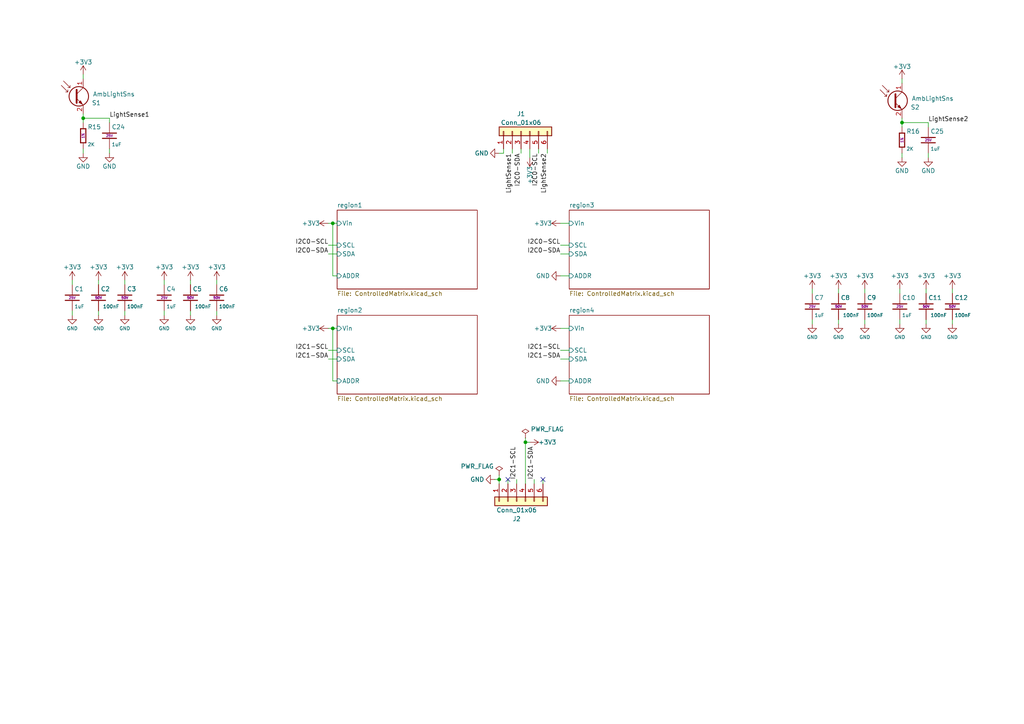
<source format=kicad_sch>
(kicad_sch (version 20211123) (generator eeschema)
  (paper "A4")
  (lib_symbols
    (symbol "CoE_Capacitor:100nF" (pin_numbers hide) (pin_names (offset 0.254) hide)
      (property "Reference" "C" (at 0.635 2.54 0))
      (property "Value" "100nF" (at 0.635 -2.54 0))
      (property "Voltage" "50V" (at 0 0 0))
      (symbol "100nF_1_1"
        (polyline (pts (xy -2.032 -0.762) (xy 2.032 -0.762)) (stroke (width 0.3048)) (fill (type outline)))
        (polyline (pts (xy -2.032 0.762) (xy 2.032 0.762)) (stroke (width 0.3048)) (fill (type outline)))
        (pin passive line (at 0 3.81 270) (length 2.9972) (name "~") (number "1"))
        (pin passive line (at 0 -3.81 90) (length 2.9972) (name "~") (number "2"))
      )
    )
    (symbol "CoE_Capacitor:1uF" (pin_numbers hide) (pin_names (offset 0.254) hide)
      (property "Reference" "C" (at 0.635 2.54 0))
      (property "Value" "1uF" (at 0.635 -2.54 0))
      (property "Voltage" "25V" (at 0 0 0))
      (symbol "1uF_1_1"
        (polyline (pts (xy -2.032 -0.762) (xy 2.032 -0.762)) (stroke (width 0.3048)) (fill (type outline)))
        (polyline (pts (xy -2.032 0.762) (xy 2.032 0.762)) (stroke (width 0.3048)) (fill (type outline)))
        (pin passive line (at 0 3.81 270) (length 2.9972) (name "~") (number "1"))
        (pin passive line (at 0 -3.81 90) (length 2.9972) (name "~") (number "2"))
      )
    )
    (symbol "CoE_Resistor:2K" (pin_numbers hide) (pin_names (offset 0.254) hide)
      (property "Reference" "R" (at 1.27 1.27 0))
      (property "Value" "2K" (at 1.27 -1.27 0))
      (property "Tolerance" "1%" (at 0 0 90))
      (symbol "2K_1_1"
        (polyline (pts (xy -0.762 -2.032) (xy -0.762 2.032)) (stroke (width 0.3048)) (fill (type outline)))
        (polyline (pts (xy 0.762 -2.032) (xy -0.762 -2.032)) (stroke (width 0.3048)) (fill (type outline)))
        (polyline (pts (xy 0.762 -2.032) (xy 0.762 2.032)) (stroke (width 0.3048)) (fill (type outline)))
        (polyline (pts (xy 0.762 2.032) (xy -0.762 2.032)) (stroke (width 0.3048)) (fill (type outline)))
        (pin passive line (at 0 3.81 270) (length 1.6002) (name "~") (number "1"))
        (pin passive line (at 0 -3.81 90) (length 1.6002) (name "~") (number "2"))
      )
    )
    (symbol "CoE_Sensor:AmbLightSns"
      (property "Reference" "S" (at 3.81 -6.985 0))
      (property "Value" "AmbLightSns" (at 8.89 -4.445 0))
      (symbol "AmbLightSns_0_1"
        (circle (center -1.27 -5.08) (radius 2.8194) (stroke (width 0.254)))
        (polyline (pts (xy -4.445 -3.81) (xy -5.08 -3.81)))
        (polyline (pts (xy -3.81 -2.54) (xy -4.445 -2.54)))
        (polyline (pts (xy -1.905 -4.445) (xy 0 -2.54)))
        (polyline (pts (xy -6.35 -1.905) (xy -4.445 -3.81) (xy -4.445 -3.175)))
        (polyline (pts (xy -5.715 -0.635) (xy -3.81 -2.54) (xy -3.81 -1.905)))
        (polyline (pts (xy -1.905 -5.715) (xy 0 -7.62) (xy 0 -7.62)))
        (polyline (pts (xy -1.905 -3.175) (xy -1.905 -6.985) (xy -1.905 -6.985)) (stroke (width 0.508)))
        (polyline (pts (xy -1.27 -6.858) (xy -0.762 -6.35) (xy -0.254 -7.366) (xy -1.27 -6.858) (xy -1.27 -6.858)) (fill (type outline)))
      )
      (symbol "AmbLightSns_1_1"
        (pin passive line (at 0 0 270) (length 2.54) (name "") (number "1"))
        (pin passive line (at 0 -10.16 90) (length 2.54) (name "") (number "2"))
      )
    )
    (symbol "Connector_Generic:Conn_01x06" (pin_names (offset 1.016) hide)
      (property "Reference" "J" (at 0 7.62 0))
      (property "Value" "Conn_01x06" (at 0 -10.16 0))
      (symbol "Conn_01x06_1_1"
        (rectangle (start -1.27 -7.493) (end 0 -7.747) (stroke (width 0.1524)))
        (rectangle (start -1.27 -4.953) (end 0 -5.207) (stroke (width 0.1524)))
        (rectangle (start -1.27 -2.413) (end 0 -2.667) (stroke (width 0.1524)))
        (rectangle (start -1.27 0.127) (end 0 -0.127) (stroke (width 0.1524)))
        (rectangle (start -1.27 2.667) (end 0 2.413) (stroke (width 0.1524)))
        (rectangle (start -1.27 5.207) (end 0 4.953) (stroke (width 0.1524)))
        (rectangle (start -1.27 6.35) (end 1.27 -8.89) (stroke (width 0.254)) (fill (type background)))
        (pin passive line (at -5.08 5.08 0) (length 3.81) (name "Pin_1") (number "1"))
        (pin passive line (at -5.08 2.54 0) (length 3.81) (name "Pin_2") (number "2"))
        (pin passive line (at -5.08 0 0) (length 3.81) (name "Pin_3") (number "3"))
        (pin passive line (at -5.08 -2.54 0) (length 3.81) (name "Pin_4") (number "4"))
        (pin passive line (at -5.08 -5.08 0) (length 3.81) (name "Pin_5") (number "5"))
        (pin passive line (at -5.08 -7.62 0) (length 3.81) (name "Pin_6") (number "6"))
      )
    )
    (symbol "power:+3V3" (power) (pin_names (offset 0))
      (property "Value" "+3V3" (at 0 3.556 0))
      (symbol "+3V3_0_1"
        (polyline (pts (xy -0.762 1.27) (xy 0 2.54)))
        (polyline (pts (xy 0 0) (xy 0 2.54)))
        (polyline (pts (xy 0 2.54) (xy 0.762 1.27)))
      )
      (symbol "+3V3_1_1"
        (pin power_in line (at 0 0 90) (length 0) hide (name "+3V3") (number "1"))
      )
    )
    (symbol "power:GND" (power) (pin_names (offset 0))
      (property "Value" "GND" (at 0 -3.81 0))
      (symbol "GND_0_1"
        (polyline (pts (xy 0 0) (xy 0 -1.27) (xy 1.27 -1.27) (xy 0 -2.54) (xy -1.27 -1.27) (xy 0 -1.27)))
      )
      (symbol "GND_1_1"
        (pin power_in line (at 0 0 270) (length 0) hide (name "GND") (number "1"))
      )
    )
    (symbol "power:PWR_FLAG" (power) (pin_numbers hide) (pin_names (offset 0) hide)
      (property "Value" "PWR_FLAG" (at 0 3.81 0))
      (symbol "PWR_FLAG_0_0"
        (pin power_out line (at 0 0 90) (length 0) (name "pwr") (number "1"))
      )
      (symbol "PWR_FLAG_0_1"
        (polyline (pts (xy 0 0) (xy 0 1.27) (xy -1.016 1.905) (xy 0 2.54) (xy 1.016 1.905) (xy 0 1.27)))
      )
    )
  )
  (junction (at 144.78 139.065))
  (junction (at 96.52 95.25))
  (junction (at 261.62 35.56))
  (junction (at 96.52 64.77))
  (junction (at 24.13 34.29))
  (junction (at 152.4 128.27))
  (no_connect (at 147.32 139.065))
  (no_connect (at 157.48 139.065))
  (wire (pts (xy 162.56 80.01) (xy 165.1 80.01)))
  (wire (pts (xy 148.59 43.18) (xy 148.59 44.45)))
  (wire (pts (xy 97.79 110.49) (xy 96.52 110.49)))
  (wire (pts (xy 162.56 73.66) (xy 165.1 73.66)))
  (wire (pts (xy 96.52 80.01) (xy 96.52 64.77)))
  (wire (pts (xy 162.56 95.25) (xy 165.1 95.25)))
  (wire (pts (xy 157.48 139.065) (xy 157.48 140.335)))
  (wire (pts (xy 235.585 93.98) (xy 235.585 92.71)))
  (wire (pts (xy 28.575 81.28) (xy 28.575 82.55)))
  (wire (pts (xy 24.13 34.29) (xy 24.13 35.56)))
  (wire (pts (xy 261.62 45.72) (xy 261.62 44.45)))
  (wire (pts (xy 144.78 140.335) (xy 144.78 139.065)))
  (wire (pts (xy 152.4 128.27) (xy 153.67 128.27)))
  (wire (pts (xy 144.78 44.45) (xy 146.05 44.45)))
  (wire (pts (xy 24.13 33.02) (xy 24.13 34.29)))
  (wire (pts (xy 28.575 91.44) (xy 28.575 90.17)))
  (wire (pts (xy 55.245 91.44) (xy 55.245 90.17)))
  (wire (pts (xy 36.195 91.44) (xy 36.195 90.17)))
  (wire (pts (xy 260.985 93.98) (xy 260.985 92.71)))
  (wire (pts (xy 20.955 91.44) (xy 20.955 90.17)))
  (wire (pts (xy 162.56 110.49) (xy 165.1 110.49)))
  (wire (pts (xy 20.955 81.28) (xy 20.955 82.55)))
  (wire (pts (xy 243.205 93.98) (xy 243.205 92.71)))
  (wire (pts (xy 261.62 35.56) (xy 261.62 36.83)))
  (wire (pts (xy 156.21 43.18) (xy 156.21 44.45)))
  (wire (pts (xy 144.78 137.795) (xy 144.78 139.065)))
  (wire (pts (xy 31.75 35.56) (xy 31.75 34.29)))
  (wire (pts (xy 162.56 71.12) (xy 165.1 71.12)))
  (wire (pts (xy 151.13 43.18) (xy 151.13 44.45)))
  (wire (pts (xy 47.625 91.44) (xy 47.625 90.17)))
  (wire (pts (xy 31.75 34.29) (xy 24.13 34.29)))
  (wire (pts (xy 24.13 21.59) (xy 24.13 22.86)))
  (wire (pts (xy 47.625 81.28) (xy 47.625 82.55)))
  (wire (pts (xy 162.56 104.14) (xy 165.1 104.14)))
  (wire (pts (xy 55.245 81.28) (xy 55.245 82.55)))
  (wire (pts (xy 95.25 73.66) (xy 97.79 73.66)))
  (wire (pts (xy 268.605 93.98) (xy 268.605 92.71)))
  (wire (pts (xy 250.825 93.98) (xy 250.825 92.71)))
  (wire (pts (xy 268.605 83.82) (xy 268.605 85.09)))
  (wire (pts (xy 269.24 45.72) (xy 269.24 44.45)))
  (wire (pts (xy 260.985 83.82) (xy 260.985 85.09)))
  (wire (pts (xy 261.62 34.29) (xy 261.62 35.56)))
  (wire (pts (xy 235.585 83.82) (xy 235.585 85.09)))
  (wire (pts (xy 243.205 83.82) (xy 243.205 85.09)))
  (wire (pts (xy 95.25 64.77) (xy 96.52 64.77)))
  (wire (pts (xy 62.865 81.28) (xy 62.865 82.55)))
  (wire (pts (xy 146.05 43.18) (xy 146.05 44.45)))
  (wire (pts (xy 250.825 83.82) (xy 250.825 85.09)))
  (wire (pts (xy 152.4 128.27) (xy 152.4 140.335)))
  (wire (pts (xy 95.25 101.6) (xy 97.79 101.6)))
  (wire (pts (xy 154.94 140.335) (xy 154.94 139.065)))
  (wire (pts (xy 62.865 91.44) (xy 62.865 90.17)))
  (wire (pts (xy 97.79 80.01) (xy 96.52 80.01)))
  (wire (pts (xy 24.13 44.45) (xy 24.13 43.18)))
  (wire (pts (xy 36.195 81.28) (xy 36.195 82.55)))
  (wire (pts (xy 95.25 104.14) (xy 97.79 104.14)))
  (wire (pts (xy 143.51 139.065) (xy 144.78 139.065)))
  (wire (pts (xy 95.25 95.25) (xy 96.52 95.25)))
  (wire (pts (xy 261.62 22.86) (xy 261.62 24.13)))
  (wire (pts (xy 95.25 71.12) (xy 97.79 71.12)))
  (wire (pts (xy 149.86 140.335) (xy 149.86 139.065)))
  (wire (pts (xy 96.52 64.77) (xy 97.79 64.77)))
  (wire (pts (xy 158.75 43.18) (xy 158.75 44.45)))
  (wire (pts (xy 96.52 110.49) (xy 96.52 95.25)))
  (wire (pts (xy 162.56 64.77) (xy 165.1 64.77)))
  (wire (pts (xy 147.32 139.065) (xy 147.32 140.335)))
  (wire (pts (xy 31.75 44.45) (xy 31.75 43.18)))
  (wire (pts (xy 269.24 36.83) (xy 269.24 35.56)))
  (wire (pts (xy 96.52 95.25) (xy 97.79 95.25)))
  (wire (pts (xy 152.4 127) (xy 152.4 128.27)))
  (wire (pts (xy 269.24 35.56) (xy 261.62 35.56)))
  (wire (pts (xy 153.67 43.18) (xy 153.67 45.72)))
  (wire (pts (xy 162.56 101.6) (xy 165.1 101.6)))
  (wire (pts (xy 276.225 83.82) (xy 276.225 85.09)))
  (wire (pts (xy 276.225 93.98) (xy 276.225 92.71)))
  (label "I2C0-SCL" (at 162.56 71.12 180))
  (label "I2C1-SDA" (at 95.25 104.14 180))
  (label "LightSense2" (at 158.75 44.45 270))
  (label "I2C1-SDA" (at 154.94 139.065 90))
  (label "LightSense1" (at 31.75 34.29 0))
  (label "I2C1-SCL" (at 95.25 101.6 180))
  (label "I2C0-SCL" (at 95.25 71.12 180))
  (label "I2C1-SDA" (at 162.56 104.14 180))
  (label "I2C1-SCL" (at 149.86 139.065 90))
  (label "I2C1-SCL" (at 162.56 101.6 180))
  (label "I2C0-SDA" (at 95.25 73.66 180))
  (label "I2C0-SCL" (at 156.21 44.45 270))
  (label "LightSense1" (at 148.59 44.45 270))
  (label "I2C0-SDA" (at 162.56 73.66 180))
  (label "I2C0-SDA" (at 151.13 44.45 270))
  (label "LightSense2" (at 269.24 35.56 0))
  (symbol (lib_id "CoE_Resistor:2K") (at 24.13 39.37 0) (unit 1)
    (property "Reference" "R15" (at 25.4 36.83 0) (effects (justify left)))
    (property "Value" "2K" (at 25.4 41.91 0) (effects (font (size 0.9906 0.9906)) (justify left)))
    (property "Footprint" "CoF_Resistor:R-0402" (effects hide))
    (property "Tolerance" "1%" (at 24.13 39.37 90) (effects (font (size 0.7112 0.7112))))
    (property "MFR. Part #" "0402WGF2001TCE" (effects hide))
    (property "JLCPCB Part #" "C4109" (effects hide))
  )
  (symbol (lib_id "power:+3V3") (at 24.13 21.59 0) (unit 1)
    (property "Reference" "#PWR047" (effects hide))
    (property "Value" "+3V3" (at 24.13 18.034 0))
  )
  (symbol (lib_id "power:+3V3") (at 95.25 95.25 90) (unit 1)
    (property "Reference" "#PWR06" (effects hide))
    (property "Value" "+3V3" (at 90.17 95.25 90))
  )
  (symbol (lib_id "power:GND") (at 24.13 44.45 0) (unit 1)
    (property "Reference" "#PWR050" (effects hide))
    (property "Value" "GND" (at 24.13 48.26 0))
  )
  (symbol (lib_id "power:GND") (at 260.985 93.98 0) (unit 1)
    (property "Reference" "#PWR032" (effects hide))
    (property "Value" "GND" (at 260.985 97.79 0) (effects (font (size 1 1))))
  )
  (symbol (lib_id "power:+3V3") (at 276.225 83.82 0) (mirror y) (unit 1)
    (property "Reference" "#PWR022" (effects hide))
    (property "Value" "+3V3" (at 276.225 80.01 0))
  )
  (symbol (lib_id "power:GND") (at 62.865 91.44 0) (unit 1)
    (property "Reference" "#PWR028" (effects hide))
    (property "Value" "GND" (at 62.865 95.25 0) (effects (font (size 1 1))))
  )
  (symbol (lib_id "CoE_Sensor:AmbLightSns") (at 24.13 22.86 0) (unit 1)
    (property "Reference" "S1" (at 27.94 29.845 0))
    (property "Value" "AmbLightSns" (at 33.02 27.305 0))
    (property "Footprint" "CoF_Diode:LED-0603" (effects hide))
    (property "Datasheet" "https://datasheet.lcsc.com/lcsc/1806131537_Everlight-Elec-ALS-PT19-315C-L177-TR8_C146233.pdf" (effects hide))
    (property "Manufacturer Part #" "ALS-PT19-315C/L177/TR8" (effects hide))
    (property "JLCPCB Part #" "C146233" (effects hide))
  )
  (symbol (lib_id "power:PWR_FLAG") (at 152.4 127 0) (unit 1)
    (property "Reference" "#FLG02" (effects hide))
    (property "Value" "PWR_FLAG" (at 158.75 124.46 0))
  )
  (symbol (lib_id "CoE_Capacitor:1uF") (at 20.955 86.36 0) (unit 1)
    (property "Reference" "C1" (at 21.59 83.82 0) (effects (justify left)))
    (property "Value" "1uF" (at 21.59 88.9 0) (effects (font (size 0.9906 0.9906)) (justify left)))
    (property "Footprint" "CoF_Capacitor:C-0402" (effects hide))
    (property "Voltage" "25V" (at 20.955 86.36 0) (effects (font (size 0.7112 0.7112))))
    (property "MFR. Part #" "CL05A105KA5NQNC" (effects hide))
    (property "JLCPCB Part #" "C52923" (effects hide))
  )
  (symbol (lib_id "power:GND") (at 235.585 93.98 0) (unit 1)
    (property "Reference" "#PWR029" (effects hide))
    (property "Value" "GND" (at 235.585 97.79 0) (effects (font (size 1 1))))
  )
  (symbol (lib_id "CoE_Resistor:2K") (at 261.62 40.64 0) (unit 1)
    (property "Reference" "R16" (at 262.89 38.1 0) (effects (justify left)))
    (property "Value" "2K" (at 262.89 43.18 0) (effects (font (size 0.9906 0.9906)) (justify left)))
    (property "Footprint" "CoF_Resistor:R-0402" (effects hide))
    (property "Tolerance" "1%" (at 261.62 40.64 90) (effects (font (size 0.7112 0.7112))))
    (property "MFR. Part #" "0402WGF2001TCE" (effects hide))
    (property "JLCPCB Part #" "C4109" (effects hide))
  )
  (symbol (lib_id "power:+3V3") (at 47.625 81.28 0) (mirror y) (unit 1)
    (property "Reference" "#PWR014" (effects hide))
    (property "Value" "+3V3" (at 47.625 77.47 0))
  )
  (symbol (lib_id "power:+3V3") (at 162.56 64.77 90) (unit 1)
    (property "Reference" "#PWR04" (effects hide))
    (property "Value" "+3V3" (at 157.48 64.77 90))
  )
  (symbol (lib_id "CoE_Capacitor:1uF") (at 260.985 88.9 0) (unit 1)
    (property "Reference" "C10" (at 261.62 86.36 0) (effects (justify left)))
    (property "Value" "1uF" (at 261.62 91.44 0) (effects (font (size 0.9906 0.9906)) (justify left)))
    (property "Footprint" "CoF_Capacitor:C-0402" (effects hide))
    (property "Voltage" "25V" (at 260.985 88.9 0) (effects (font (size 0.7112 0.7112))))
    (property "MFR. Part #" "CL05A105KA5NQNC" (effects hide))
    (property "JLCPCB Part #" "C52923" (effects hide))
  )
  (symbol (lib_id "power:+3V3") (at 62.865 81.28 0) (mirror y) (unit 1)
    (property "Reference" "#PWR016" (effects hide))
    (property "Value" "+3V3" (at 62.865 77.47 0))
  )
  (symbol (lib_id "power:GND") (at 162.56 110.49 270) (unit 1)
    (property "Reference" "#PWR08" (effects hide))
    (property "Value" "GND" (at 157.48 110.49 90))
  )
  (symbol (lib_id "power:GND") (at 162.56 80.01 270) (unit 1)
    (property "Reference" "#PWR05" (effects hide))
    (property "Value" "GND" (at 157.48 80.01 90))
  )
  (symbol (lib_id "CoE_Capacitor:1uF") (at 31.75 39.37 0) (unit 1)
    (property "Reference" "C24" (at 32.385 36.83 0) (effects (justify left)))
    (property "Value" "1uF" (at 32.385 41.91 0) (effects (font (size 0.9906 0.9906)) (justify left)))
    (property "Footprint" "CoF_Capacitor:C-0402" (effects hide))
    (property "Voltage" "25V" (at 31.75 39.37 0) (effects (font (size 0.7112 0.7112))))
    (property "MFR. Part #" "CL05A105KA5NQNC" (effects hide))
    (property "JLCPCB Part #" "C52923" (effects hide))
  )
  (symbol (lib_id "power:GND") (at 268.605 93.98 0) (unit 1)
    (property "Reference" "#PWR033" (effects hide))
    (property "Value" "GND" (at 268.605 97.79 0) (effects (font (size 1 1))))
  )
  (symbol (lib_id "Connector_Generic:Conn_01x06") (at 149.86 145.415 90) (mirror x) (unit 1)
    (property "Reference" "J2" (at 149.86 150.495 90))
    (property "Value" "Conn_01x06" (at 149.86 147.955 90))
    (property "Footprint" "Connector_PinHeader_2.00mm:PinHeader_1x06_P2.00mm_Vertical_SMD_Pin1Left" (effects hide))
  )
  (symbol (lib_id "Connector_Generic:Conn_01x06") (at 151.13 38.1 90) (unit 1)
    (property "Reference" "J1" (at 151.13 33.02 90))
    (property "Value" "Conn_01x06" (at 151.13 35.56 90))
    (property "Footprint" "Connector_PinHeader_2.00mm:PinHeader_1x06_P2.00mm_Vertical_SMD_Pin1Left" (effects hide))
  )
  (symbol (lib_id "power:GND") (at 143.51 139.065 270) (mirror x) (unit 1)
    (property "Reference" "#PWR09" (effects hide))
    (property "Value" "GND" (at 138.43 139.065 90))
  )
  (symbol (lib_id "power:+3V3") (at 250.825 83.82 0) (mirror y) (unit 1)
    (property "Reference" "#PWR019" (effects hide))
    (property "Value" "+3V3" (at 250.825 80.01 0))
  )
  (symbol (lib_id "power:GND") (at 250.825 93.98 0) (unit 1)
    (property "Reference" "#PWR031" (effects hide))
    (property "Value" "GND" (at 250.825 97.79 0) (effects (font (size 1 1))))
  )
  (symbol (lib_id "power:GND") (at 261.62 45.72 0) (unit 1)
    (property "Reference" "#PWR052" (effects hide))
    (property "Value" "GND" (at 261.62 49.53 0))
  )
  (symbol (lib_id "CoE_Capacitor:100nF") (at 250.825 88.9 0) (unit 1)
    (property "Reference" "C9" (at 251.46 86.36 0) (effects (justify left)))
    (property "Value" "100nF" (at 251.46 91.44 0) (effects (font (size 0.9906 0.9906)) (justify left)))
    (property "Footprint" "CoF_Capacitor:C-0402" (effects hide))
    (property "Voltage" "50V" (at 250.825 88.9 0) (effects (font (size 0.7112 0.7112))))
    (property "MFR. Part #" "CL05B104KB54PNC" (effects hide))
    (property "JLCPCB Part #" "C307331" (effects hide))
  )
  (symbol (lib_id "CoE_Capacitor:1uF") (at 235.585 88.9 0) (unit 1)
    (property "Reference" "C7" (at 236.22 86.36 0) (effects (justify left)))
    (property "Value" "1uF" (at 236.22 91.44 0) (effects (font (size 0.9906 0.9906)) (justify left)))
    (property "Footprint" "CoF_Capacitor:C-0402" (effects hide))
    (property "Voltage" "25V" (at 235.585 88.9 0) (effects (font (size 0.7112 0.7112))))
    (property "MFR. Part #" "CL05A105KA5NQNC" (effects hide))
    (property "JLCPCB Part #" "C52923" (effects hide))
  )
  (symbol (lib_id "power:GND") (at 47.625 91.44 0) (unit 1)
    (property "Reference" "#PWR026" (effects hide))
    (property "Value" "GND" (at 47.625 95.25 0) (effects (font (size 1 1))))
  )
  (symbol (lib_id "power:GND") (at 144.78 44.45 270) (unit 1)
    (property "Reference" "#PWR01" (effects hide))
    (property "Value" "GND" (at 139.7 44.45 90))
  )
  (symbol (lib_id "power:+3V3") (at 20.955 81.28 0) (mirror y) (unit 1)
    (property "Reference" "#PWR011" (effects hide))
    (property "Value" "+3V3" (at 20.955 77.47 0))
  )
  (symbol (lib_id "power:+3V3") (at 268.605 83.82 0) (mirror y) (unit 1)
    (property "Reference" "#PWR021" (effects hide))
    (property "Value" "+3V3" (at 268.605 80.01 0))
  )
  (symbol (lib_id "CoE_Capacitor:100nF") (at 276.225 88.9 0) (unit 1)
    (property "Reference" "C12" (at 276.86 86.36 0) (effects (justify left)))
    (property "Value" "100nF" (at 276.86 91.44 0) (effects (font (size 0.9906 0.9906)) (justify left)))
    (property "Footprint" "CoF_Capacitor:C-0402" (effects hide))
    (property "Voltage" "50V" (at 276.225 88.9 0) (effects (font (size 0.7112 0.7112))))
    (property "MFR. Part #" "CL05B104KB54PNC" (effects hide))
    (property "JLCPCB Part #" "C307331" (effects hide))
  )
  (symbol (lib_id "power:GND") (at 269.24 45.72 0) (unit 1)
    (property "Reference" "#PWR053" (effects hide))
    (property "Value" "GND" (at 269.24 49.53 0))
  )
  (symbol (lib_id "CoE_Capacitor:100nF") (at 55.245 86.36 0) (unit 1)
    (property "Reference" "C5" (at 55.88 83.82 0) (effects (justify left)))
    (property "Value" "100nF" (at 56.515 88.9 0) (effects (font (size 0.9906 0.9906)) (justify left)))
    (property "Footprint" "CoF_Capacitor:C-0402" (effects hide))
    (property "Voltage" "50V" (at 55.245 86.36 0) (effects (font (size 0.7112 0.7112))))
    (property "MFR. Part #" "CL05B104KB54PNC" (effects hide))
    (property "JLCPCB Part #" "C307331" (effects hide))
  )
  (symbol (lib_id "power:+3V3") (at 153.67 128.27 270) (mirror x) (unit 1)
    (property "Reference" "#PWR010" (effects hide))
    (property "Value" "+3V3" (at 158.75 128.27 90))
  )
  (symbol (lib_id "CoE_Capacitor:100nF") (at 243.205 88.9 0) (unit 1)
    (property "Reference" "C8" (at 243.84 86.36 0) (effects (justify left)))
    (property "Value" "100nF" (at 244.475 91.44 0) (effects (font (size 0.9906 0.9906)) (justify left)))
    (property "Footprint" "CoF_Capacitor:C-0402" (effects hide))
    (property "Voltage" "50V" (at 243.205 88.9 0) (effects (font (size 0.7112 0.7112))))
    (property "MFR. Part #" "CL05B104KB54PNC" (effects hide))
    (property "JLCPCB Part #" "C307331" (effects hide))
  )
  (symbol (lib_id "power:GND") (at 55.245 91.44 0) (unit 1)
    (property "Reference" "#PWR027" (effects hide))
    (property "Value" "GND" (at 55.245 95.25 0) (effects (font (size 1 1))))
  )
  (symbol (lib_id "power:+3V3") (at 95.25 64.77 90) (unit 1)
    (property "Reference" "#PWR03" (effects hide))
    (property "Value" "+3V3" (at 90.17 64.77 90))
  )
  (symbol (lib_id "CoE_Capacitor:1uF") (at 47.625 86.36 0) (unit 1)
    (property "Reference" "C4" (at 48.26 83.82 0) (effects (justify left)))
    (property "Value" "1uF" (at 48.26 88.9 0) (effects (font (size 0.9906 0.9906)) (justify left)))
    (property "Footprint" "CoF_Capacitor:C-0402" (effects hide))
    (property "Voltage" "25V" (at 47.625 86.36 0) (effects (font (size 0.7112 0.7112))))
    (property "MFR. Part #" "CL05A105KA5NQNC" (effects hide))
    (property "JLCPCB Part #" "C52923" (effects hide))
  )
  (symbol (lib_id "power:+3V3") (at 55.245 81.28 0) (mirror y) (unit 1)
    (property "Reference" "#PWR015" (effects hide))
    (property "Value" "+3V3" (at 55.245 77.47 0))
  )
  (symbol (lib_id "power:GND") (at 36.195 91.44 0) (unit 1)
    (property "Reference" "#PWR025" (effects hide))
    (property "Value" "GND" (at 36.195 95.25 0) (effects (font (size 1 1))))
  )
  (symbol (lib_id "power:+3V3") (at 261.62 22.86 0) (unit 1)
    (property "Reference" "#PWR048" (effects hide))
    (property "Value" "+3V3" (at 261.62 19.304 0))
  )
  (symbol (lib_id "power:GND") (at 31.75 44.45 0) (unit 1)
    (property "Reference" "#PWR051" (effects hide))
    (property "Value" "GND" (at 31.75 48.26 0))
  )
  (symbol (lib_id "power:GND") (at 243.205 93.98 0) (unit 1)
    (property "Reference" "#PWR030" (effects hide))
    (property "Value" "GND" (at 243.205 97.79 0) (effects (font (size 1 1))))
  )
  (symbol (lib_id "power:+3V3") (at 243.205 83.82 0) (mirror y) (unit 1)
    (property "Reference" "#PWR018" (effects hide))
    (property "Value" "+3V3" (at 243.205 80.01 0))
  )
  (symbol (lib_id "CoE_Capacitor:100nF") (at 28.575 86.36 0) (unit 1)
    (property "Reference" "C2" (at 29.21 83.82 0) (effects (justify left)))
    (property "Value" "100nF" (at 29.845 88.9 0) (effects (font (size 0.9906 0.9906)) (justify left)))
    (property "Footprint" "CoF_Capacitor:C-0402" (effects hide))
    (property "Voltage" "50V" (at 28.575 86.36 0) (effects (font (size 0.7112 0.7112))))
    (property "MFR. Part #" "CL05B104KB54PNC" (effects hide))
    (property "JLCPCB Part #" "C307331" (effects hide))
  )
  (symbol (lib_id "power:+3V3") (at 28.575 81.28 0) (mirror y) (unit 1)
    (property "Reference" "#PWR012" (effects hide))
    (property "Value" "+3V3" (at 28.575 77.47 0))
  )
  (symbol (lib_id "CoE_Capacitor:1uF") (at 269.24 40.64 0) (unit 1)
    (property "Reference" "C25" (at 269.875 38.1 0) (effects (justify left)))
    (property "Value" "1uF" (at 269.875 43.18 0) (effects (font (size 0.9906 0.9906)) (justify left)))
    (property "Footprint" "CoF_Capacitor:C-0402" (effects hide))
    (property "Voltage" "25V" (at 269.24 40.64 0) (effects (font (size 0.7112 0.7112))))
    (property "MFR. Part #" "CL05A105KA5NQNC" (effects hide))
    (property "JLCPCB Part #" "C52923" (effects hide))
  )
  (symbol (lib_id "power:+3V3") (at 36.195 81.28 0) (mirror y) (unit 1)
    (property "Reference" "#PWR013" (effects hide))
    (property "Value" "+3V3" (at 36.195 77.47 0))
  )
  (symbol (lib_id "power:GND") (at 28.575 91.44 0) (unit 1)
    (property "Reference" "#PWR024" (effects hide))
    (property "Value" "GND" (at 28.575 95.25 0) (effects (font (size 1 1))))
  )
  (symbol (lib_id "CoE_Sensor:AmbLightSns") (at 261.62 24.13 0) (unit 1)
    (property "Reference" "S2" (at 265.43 31.115 0))
    (property "Value" "AmbLightSns" (at 270.51 28.575 0))
    (property "Footprint" "CoF_Diode:LED-0603" (effects hide))
    (property "Datasheet" "https://datasheet.lcsc.com/lcsc/1806131537_Everlight-Elec-ALS-PT19-315C-L177-TR8_C146233.pdf" (effects hide))
    (property "Manufacturer Part #" "ALS-PT19-315C/L177/TR8" (effects hide))
    (property "JLCPCB Part #" "C146233" (effects hide))
  )
  (symbol (lib_id "power:GND") (at 20.955 91.44 0) (unit 1)
    (property "Reference" "#PWR023" (effects hide))
    (property "Value" "GND" (at 20.955 95.25 0) (effects (font (size 1 1))))
  )
  (symbol (lib_id "power:+3V3") (at 235.585 83.82 0) (mirror y) (unit 1)
    (property "Reference" "#PWR017" (effects hide))
    (property "Value" "+3V3" (at 235.585 80.01 0))
  )
  (symbol (lib_id "CoE_Capacitor:100nF") (at 62.865 86.36 0) (unit 1)
    (property "Reference" "C6" (at 63.5 83.82 0) (effects (justify left)))
    (property "Value" "100nF" (at 63.5 88.9 0) (effects (font (size 0.9906 0.9906)) (justify left)))
    (property "Footprint" "CoF_Capacitor:C-0402" (effects hide))
    (property "Voltage" "50V" (at 62.865 86.36 0) (effects (font (size 0.7112 0.7112))))
    (property "MFR. Part #" "CL05B104KB54PNC" (effects hide))
    (property "JLCPCB Part #" "C307331" (effects hide))
  )
  (symbol (lib_id "power:+3V3") (at 153.67 45.72 180) (unit 1)
    (property "Reference" "#PWR02" (effects hide))
    (property "Value" "+3V3" (at 153.67 50.8 90))
  )
  (symbol (lib_id "CoE_Capacitor:100nF") (at 268.605 88.9 0) (unit 1)
    (property "Reference" "C11" (at 269.24 86.36 0) (effects (justify left)))
    (property "Value" "100nF" (at 269.875 91.44 0) (effects (font (size 0.9906 0.9906)) (justify left)))
    (property "Footprint" "CoF_Capacitor:C-0402" (effects hide))
    (property "Voltage" "50V" (at 268.605 88.9 0) (effects (font (size 0.7112 0.7112))))
    (property "MFR. Part #" "CL05B104KB54PNC" (effects hide))
    (property "JLCPCB Part #" "C307331" (effects hide))
  )
  (symbol (lib_id "power:+3V3") (at 260.985 83.82 0) (mirror y) (unit 1)
    (property "Reference" "#PWR020" (effects hide))
    (property "Value" "+3V3" (at 260.985 80.01 0))
  )
  (symbol (lib_id "power:+3V3") (at 162.56 95.25 90) (unit 1)
    (property "Reference" "#PWR07" (effects hide))
    (property "Value" "+3V3" (at 157.48 95.25 90))
  )
  (symbol (lib_id "CoE_Capacitor:100nF") (at 36.195 86.36 0) (unit 1)
    (property "Reference" "C3" (at 36.83 83.82 0) (effects (justify left)))
    (property "Value" "100nF" (at 36.83 88.9 0) (effects (font (size 0.9906 0.9906)) (justify left)))
    (property "Footprint" "CoF_Capacitor:C-0402" (effects hide))
    (property "Voltage" "50V" (at 36.195 86.36 0) (effects (font (size 0.7112 0.7112))))
    (property "MFR. Part #" "CL05B104KB54PNC" (effects hide))
    (property "JLCPCB Part #" "C307331" (effects hide))
  )
  (symbol (lib_id "power:GND") (at 276.225 93.98 0) (unit 1)
    (property "Reference" "#PWR034" (effects hide))
    (property "Value" "GND" (at 276.225 97.79 0) (effects (font (size 1 1))))
  )
  (symbol (lib_id "power:PWR_FLAG") (at 144.78 137.795 0) (unit 1)
    (property "Reference" "#FLG01" (effects hide))
    (property "Value" "PWR_FLAG" (at 138.43 135.255 0))
  )
  (sheet (at 97.79 60.96) (size 40.64 22.86) (stroke (width 0.1524))
    (property "Sheet name" "region1" (at 97.79 60.2484 0) (effects (justify left bottom)))
    (property "Sheet file" "ControlledMatrix.kicad_sch" (at 97.79 84.4046 0) (effects (justify left top)))
    (pin "SCL" input (at 97.79 71.12 180))
    (pin "SDA" input (at 97.79 73.66 180))
    (pin "Vin" input (at 97.79 64.77 180))
    (pin "ADDR" input (at 97.79 80.01 180))
  )
  (sheet (at 165.1 91.44) (size 40.64 22.86) (stroke (width 0.1524))
    (property "Sheet name" "region4" (at 165.1 90.7284 0) (effects (justify left bottom)))
    (property "Sheet file" "ControlledMatrix.kicad_sch" (at 165.1 114.8846 0) (effects (justify left top)))
    (pin "SCL" input (at 165.1 101.6 180))
    (pin "SDA" input (at 165.1 104.14 180))
    (pin "Vin" input (at 165.1 95.25 180))
    (pin "ADDR" input (at 165.1 110.49 180))
  )
  (sheet (at 97.79 91.44) (size 40.64 22.86) (stroke (width 0.1524))
    (property "Sheet name" "region2" (at 97.79 90.7284 0) (effects (justify left bottom)))
    (property "Sheet file" "ControlledMatrix.kicad_sch" (at 97.79 114.8846 0) (effects (justify left top)))
    (pin "SCL" input (at 97.79 101.6 180))
    (pin "SDA" input (at 97.79 104.14 180))
    (pin "Vin" input (at 97.79 95.25 180))
    (pin "ADDR" input (at 97.79 110.49 180))
  )
  (sheet (at 165.1 60.96) (size 40.64 22.86) (stroke (width 0.1524))
    (property "Sheet name" "region3" (at 165.1 60.2484 0) (effects (justify left bottom)))
    (property "Sheet file" "ControlledMatrix.kicad_sch" (at 165.1 84.4046 0) (effects (justify left top)))
    (pin "SCL" input (at 165.1 71.12 180))
    (pin "SDA" input (at 165.1 73.66 180))
    (pin "Vin" input (at 165.1 64.77 180))
    (pin "ADDR" input (at 165.1 80.01 180))
  )
)
</source>
